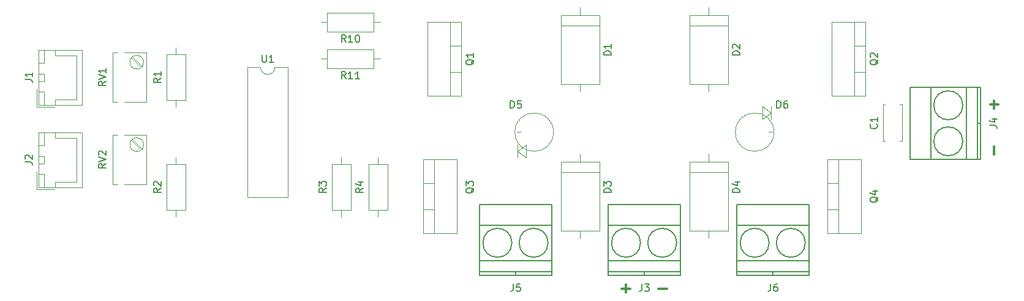
<source format=gto>
G04 #@! TF.FileFunction,Legend,Top*
%FSLAX46Y46*%
G04 Gerber Fmt 4.6, Leading zero omitted, Abs format (unit mm)*
G04 Created by KiCad (PCBNEW 4.0.7+dfsg1-1) date Sun May 13 22:10:31 2018*
%MOMM*%
%LPD*%
G01*
G04 APERTURE LIST*
%ADD10C,0.100000*%
%ADD11C,0.300000*%
%ADD12C,0.150000*%
%ADD13C,0.120000*%
G04 APERTURE END LIST*
D10*
D11*
X113728572Y-71227143D02*
X114871429Y-71227143D01*
X108648572Y-71227143D02*
X109791429Y-71227143D01*
X109220000Y-71798571D02*
X109220000Y-70655714D01*
X160127143Y-52641428D02*
X160127143Y-51498571D01*
X160127143Y-46291428D02*
X160127143Y-45148571D01*
X160698571Y-45720000D02*
X159555714Y-45720000D01*
D12*
X129500000Y-68870000D02*
X129500000Y-69370000D01*
X134000000Y-64870000D02*
G75*
G03X134000000Y-64870000I-2000000J0D01*
G01*
X129000000Y-64870000D02*
G75*
G03X129000000Y-64870000I-2000000J0D01*
G01*
X124500000Y-67370000D02*
X134500000Y-67370000D01*
X124500000Y-62470000D02*
X134500000Y-62470000D01*
X124500000Y-68870000D02*
X134500000Y-68870000D01*
X124500000Y-69370000D02*
X134500000Y-69370000D01*
X134500000Y-69370000D02*
X134500000Y-59570000D01*
X134500000Y-59570000D02*
X124500000Y-59570000D01*
X124500000Y-59570000D02*
X124500000Y-69370000D01*
D13*
X58690000Y-40520000D02*
X56920000Y-40520000D01*
X56920000Y-40520000D02*
X56920000Y-58540000D01*
X56920000Y-58540000D02*
X62460000Y-58540000D01*
X62460000Y-58540000D02*
X62460000Y-40520000D01*
X62460000Y-40520000D02*
X60690000Y-40520000D01*
X60690000Y-40520000D02*
G75*
G02X58690000Y-40520000I-1000000J0D01*
G01*
D12*
X157770000Y-48300000D02*
X158270000Y-48300000D01*
X155770000Y-45800000D02*
G75*
G03X155770000Y-45800000I-2000000J0D01*
G01*
X155770000Y-50800000D02*
G75*
G03X155770000Y-50800000I-2000000J0D01*
G01*
X156270000Y-53300000D02*
X156270000Y-43300000D01*
X151370000Y-53300000D02*
X151370000Y-43300000D01*
X157770000Y-53300000D02*
X157770000Y-43300000D01*
X158270000Y-53300000D02*
X158270000Y-43300000D01*
X158270000Y-43300000D02*
X148470000Y-43300000D01*
X148470000Y-43300000D02*
X148470000Y-53300000D01*
X148470000Y-53300000D02*
X158270000Y-53300000D01*
D13*
X147360000Y-45660000D02*
X147360000Y-50780000D01*
X144740000Y-45660000D02*
X144740000Y-50780000D01*
X147360000Y-45660000D02*
X147046000Y-45660000D01*
X145054000Y-45660000D02*
X144740000Y-45660000D01*
X147360000Y-50780000D02*
X147046000Y-50780000D01*
X145054000Y-50780000D02*
X144740000Y-50780000D01*
D12*
X111720000Y-68870000D02*
X111720000Y-69370000D01*
X116220000Y-64870000D02*
G75*
G03X116220000Y-64870000I-2000000J0D01*
G01*
X111220000Y-64870000D02*
G75*
G03X111220000Y-64870000I-2000000J0D01*
G01*
X106720000Y-67370000D02*
X116720000Y-67370000D01*
X106720000Y-62470000D02*
X116720000Y-62470000D01*
X106720000Y-68870000D02*
X116720000Y-68870000D01*
X106720000Y-69370000D02*
X116720000Y-69370000D01*
X116720000Y-69370000D02*
X116720000Y-59570000D01*
X116720000Y-59570000D02*
X106720000Y-59570000D01*
X106720000Y-59570000D02*
X106720000Y-69370000D01*
D13*
X86440000Y-34250000D02*
X86440000Y-44490000D01*
X81799000Y-34250000D02*
X81799000Y-44490000D01*
X86440000Y-34250000D02*
X81799000Y-34250000D01*
X86440000Y-44490000D02*
X81799000Y-44490000D01*
X84930000Y-34250000D02*
X84930000Y-44490000D01*
X86440000Y-37520000D02*
X84930000Y-37520000D01*
X86440000Y-41221000D02*
X84930000Y-41221000D01*
X142320000Y-34250000D02*
X142320000Y-44490000D01*
X137679000Y-34250000D02*
X137679000Y-44490000D01*
X142320000Y-34250000D02*
X137679000Y-34250000D01*
X142320000Y-44490000D02*
X137679000Y-44490000D01*
X140810000Y-34250000D02*
X140810000Y-44490000D01*
X142320000Y-37520000D02*
X140810000Y-37520000D01*
X142320000Y-41221000D02*
X140810000Y-41221000D01*
X81200000Y-63540000D02*
X81200000Y-53300000D01*
X85841000Y-63540000D02*
X85841000Y-53300000D01*
X81200000Y-63540000D02*
X85841000Y-63540000D01*
X81200000Y-53300000D02*
X85841000Y-53300000D01*
X82710000Y-63540000D02*
X82710000Y-53300000D01*
X81200000Y-60270000D02*
X82710000Y-60270000D01*
X81200000Y-56569000D02*
X82710000Y-56569000D01*
X137080000Y-63540000D02*
X137080000Y-53300000D01*
X141721000Y-63540000D02*
X141721000Y-53300000D01*
X137080000Y-63540000D02*
X141721000Y-63540000D01*
X137080000Y-53300000D02*
X141721000Y-53300000D01*
X138590000Y-63540000D02*
X138590000Y-53300000D01*
X137080000Y-60270000D02*
X138590000Y-60270000D01*
X137080000Y-56569000D02*
X138590000Y-56569000D01*
X48300000Y-38700000D02*
X45680000Y-38700000D01*
X45680000Y-38700000D02*
X45680000Y-45120000D01*
X45680000Y-45120000D02*
X48300000Y-45120000D01*
X48300000Y-45120000D02*
X48300000Y-38700000D01*
X46990000Y-37810000D02*
X46990000Y-38700000D01*
X46990000Y-46010000D02*
X46990000Y-45120000D01*
X48300000Y-53940000D02*
X45680000Y-53940000D01*
X45680000Y-53940000D02*
X45680000Y-60360000D01*
X45680000Y-60360000D02*
X48300000Y-60360000D01*
X48300000Y-60360000D02*
X48300000Y-53940000D01*
X46990000Y-53050000D02*
X46990000Y-53940000D01*
X46990000Y-61250000D02*
X46990000Y-60360000D01*
X68540000Y-60360000D02*
X71160000Y-60360000D01*
X71160000Y-60360000D02*
X71160000Y-53940000D01*
X71160000Y-53940000D02*
X68540000Y-53940000D01*
X68540000Y-53940000D02*
X68540000Y-60360000D01*
X69850000Y-61250000D02*
X69850000Y-60360000D01*
X69850000Y-53050000D02*
X69850000Y-53940000D01*
X76240000Y-53940000D02*
X73620000Y-53940000D01*
X73620000Y-53940000D02*
X73620000Y-60360000D01*
X73620000Y-60360000D02*
X76240000Y-60360000D01*
X76240000Y-60360000D02*
X76240000Y-53940000D01*
X74930000Y-53050000D02*
X74930000Y-53940000D01*
X74930000Y-61250000D02*
X74930000Y-60360000D01*
X42530000Y-39825000D02*
G75*
G03X42530000Y-39825000I-950000J0D01*
G01*
X38290000Y-45325000D02*
X38290000Y-38495000D01*
X42910000Y-45325000D02*
X42910000Y-38495000D01*
X38290000Y-45325000D02*
X38905000Y-45325000D01*
X39835000Y-45325000D02*
X42910000Y-45325000D01*
X38290000Y-38495000D02*
X38905000Y-38495000D01*
X39835000Y-38495000D02*
X42910000Y-38495000D01*
X40976000Y-39104000D02*
X42301000Y-40429000D01*
X40860000Y-39220000D02*
X42185000Y-40545000D01*
X42530000Y-51255000D02*
G75*
G03X42530000Y-51255000I-950000J0D01*
G01*
X38290000Y-56755000D02*
X38290000Y-49925000D01*
X42910000Y-56755000D02*
X42910000Y-49925000D01*
X38290000Y-56755000D02*
X38905000Y-56755000D01*
X39835000Y-56755000D02*
X42910000Y-56755000D01*
X38290000Y-49925000D02*
X38905000Y-49925000D01*
X39835000Y-49925000D02*
X42910000Y-49925000D01*
X40976000Y-50534000D02*
X42301000Y-51859000D01*
X40860000Y-50650000D02*
X42185000Y-51975000D01*
D12*
X93940000Y-68870000D02*
X93940000Y-69370000D01*
X98440000Y-64870000D02*
G75*
G03X98440000Y-64870000I-2000000J0D01*
G01*
X93440000Y-64870000D02*
G75*
G03X93440000Y-64870000I-2000000J0D01*
G01*
X88940000Y-67370000D02*
X98940000Y-67370000D01*
X88940000Y-62470000D02*
X98940000Y-62470000D01*
X88940000Y-68870000D02*
X98940000Y-68870000D01*
X88940000Y-69370000D02*
X98940000Y-69370000D01*
X98940000Y-69370000D02*
X98940000Y-59570000D01*
X98940000Y-59570000D02*
X88940000Y-59570000D01*
X88940000Y-59570000D02*
X88940000Y-69370000D01*
D13*
X28030000Y-45730000D02*
X33980000Y-45730000D01*
X33980000Y-45730000D02*
X33980000Y-38130000D01*
X33980000Y-38130000D02*
X28030000Y-38130000D01*
X28030000Y-38130000D02*
X28030000Y-45730000D01*
X28030000Y-42430000D02*
X28780000Y-42430000D01*
X28780000Y-42430000D02*
X28780000Y-41430000D01*
X28780000Y-41430000D02*
X28030000Y-41430000D01*
X28030000Y-41430000D02*
X28030000Y-42430000D01*
X28030000Y-45730000D02*
X28780000Y-45730000D01*
X28780000Y-45730000D02*
X28780000Y-43930000D01*
X28780000Y-43930000D02*
X28030000Y-43930000D01*
X28030000Y-43930000D02*
X28030000Y-45730000D01*
X28030000Y-39930000D02*
X28780000Y-39930000D01*
X28780000Y-39930000D02*
X28780000Y-38130000D01*
X28780000Y-38130000D02*
X28030000Y-38130000D01*
X28030000Y-38130000D02*
X28030000Y-39930000D01*
X30280000Y-45730000D02*
X30280000Y-44980000D01*
X30280000Y-44980000D02*
X33230000Y-44980000D01*
X33230000Y-44980000D02*
X33230000Y-41930000D01*
X30280000Y-38130000D02*
X30280000Y-38880000D01*
X30280000Y-38880000D02*
X33230000Y-38880000D01*
X33230000Y-38880000D02*
X33230000Y-41930000D01*
X27730000Y-43530000D02*
X27730000Y-46030000D01*
X27730000Y-46030000D02*
X30230000Y-46030000D01*
X28030000Y-57160000D02*
X33980000Y-57160000D01*
X33980000Y-57160000D02*
X33980000Y-49560000D01*
X33980000Y-49560000D02*
X28030000Y-49560000D01*
X28030000Y-49560000D02*
X28030000Y-57160000D01*
X28030000Y-53860000D02*
X28780000Y-53860000D01*
X28780000Y-53860000D02*
X28780000Y-52860000D01*
X28780000Y-52860000D02*
X28030000Y-52860000D01*
X28030000Y-52860000D02*
X28030000Y-53860000D01*
X28030000Y-57160000D02*
X28780000Y-57160000D01*
X28780000Y-57160000D02*
X28780000Y-55360000D01*
X28780000Y-55360000D02*
X28030000Y-55360000D01*
X28030000Y-55360000D02*
X28030000Y-57160000D01*
X28030000Y-51360000D02*
X28780000Y-51360000D01*
X28780000Y-51360000D02*
X28780000Y-49560000D01*
X28780000Y-49560000D02*
X28030000Y-49560000D01*
X28030000Y-49560000D02*
X28030000Y-51360000D01*
X30280000Y-57160000D02*
X30280000Y-56410000D01*
X30280000Y-56410000D02*
X33230000Y-56410000D01*
X33230000Y-56410000D02*
X33230000Y-53360000D01*
X30280000Y-49560000D02*
X30280000Y-50310000D01*
X30280000Y-50310000D02*
X33230000Y-50310000D01*
X33230000Y-50310000D02*
X33230000Y-53360000D01*
X27730000Y-54960000D02*
X27730000Y-57460000D01*
X27730000Y-57460000D02*
X30230000Y-57460000D01*
X94100000Y-49530000D02*
X94620000Y-49530000D01*
X94234000Y-51310000D02*
X94234000Y-53088000D01*
X94234000Y-52199000D02*
X95419333Y-51310000D01*
X95419333Y-51310000D02*
X95419333Y-53088000D01*
X95419333Y-53088000D02*
X94234000Y-52199000D01*
X99180000Y-49530000D02*
G75*
G03X99180000Y-49530000I-2660000J0D01*
G01*
X129420000Y-49530000D02*
X128900000Y-49530000D01*
X129286000Y-47750000D02*
X129286000Y-45972000D01*
X129286000Y-46861000D02*
X128100667Y-47750000D01*
X128100667Y-47750000D02*
X128100667Y-45972000D01*
X128100667Y-45972000D02*
X129286000Y-46861000D01*
X129660000Y-49530000D02*
G75*
G03X129660000Y-49530000I-2660000J0D01*
G01*
X105530000Y-33290000D02*
X100210000Y-33290000D01*
X100210000Y-33290000D02*
X100210000Y-42910000D01*
X100210000Y-42910000D02*
X105530000Y-42910000D01*
X105530000Y-42910000D02*
X105530000Y-33290000D01*
X102870000Y-32260000D02*
X102870000Y-33290000D01*
X102870000Y-43940000D02*
X102870000Y-42910000D01*
X105530000Y-34775000D02*
X100210000Y-34775000D01*
X123310000Y-33290000D02*
X117990000Y-33290000D01*
X117990000Y-33290000D02*
X117990000Y-42910000D01*
X117990000Y-42910000D02*
X123310000Y-42910000D01*
X123310000Y-42910000D02*
X123310000Y-33290000D01*
X120650000Y-32260000D02*
X120650000Y-33290000D01*
X120650000Y-43940000D02*
X120650000Y-42910000D01*
X123310000Y-34775000D02*
X117990000Y-34775000D01*
X105530000Y-53610000D02*
X100210000Y-53610000D01*
X100210000Y-53610000D02*
X100210000Y-63230000D01*
X100210000Y-63230000D02*
X105530000Y-63230000D01*
X105530000Y-63230000D02*
X105530000Y-53610000D01*
X102870000Y-52580000D02*
X102870000Y-53610000D01*
X102870000Y-64260000D02*
X102870000Y-63230000D01*
X105530000Y-55095000D02*
X100210000Y-55095000D01*
X123310000Y-53610000D02*
X117990000Y-53610000D01*
X117990000Y-53610000D02*
X117990000Y-63230000D01*
X117990000Y-63230000D02*
X123310000Y-63230000D01*
X123310000Y-63230000D02*
X123310000Y-53610000D01*
X120650000Y-52580000D02*
X120650000Y-53610000D01*
X120650000Y-64260000D02*
X120650000Y-63230000D01*
X123310000Y-55095000D02*
X117990000Y-55095000D01*
X74330000Y-35600000D02*
X74330000Y-32980000D01*
X74330000Y-32980000D02*
X67910000Y-32980000D01*
X67910000Y-32980000D02*
X67910000Y-35600000D01*
X67910000Y-35600000D02*
X74330000Y-35600000D01*
X75220000Y-34290000D02*
X74330000Y-34290000D01*
X67020000Y-34290000D02*
X67910000Y-34290000D01*
X74330000Y-40680000D02*
X74330000Y-38060000D01*
X74330000Y-38060000D02*
X67910000Y-38060000D01*
X67910000Y-38060000D02*
X67910000Y-40680000D01*
X67910000Y-40680000D02*
X74330000Y-40680000D01*
X75220000Y-39370000D02*
X74330000Y-39370000D01*
X67020000Y-39370000D02*
X67910000Y-39370000D01*
D12*
X129206667Y-70572381D02*
X129206667Y-71286667D01*
X129159047Y-71429524D01*
X129063809Y-71524762D01*
X128920952Y-71572381D01*
X128825714Y-71572381D01*
X130111429Y-70572381D02*
X129920952Y-70572381D01*
X129825714Y-70620000D01*
X129778095Y-70667619D01*
X129682857Y-70810476D01*
X129635238Y-71000952D01*
X129635238Y-71381905D01*
X129682857Y-71477143D01*
X129730476Y-71524762D01*
X129825714Y-71572381D01*
X130016191Y-71572381D01*
X130111429Y-71524762D01*
X130159048Y-71477143D01*
X130206667Y-71381905D01*
X130206667Y-71143810D01*
X130159048Y-71048571D01*
X130111429Y-71000952D01*
X130016191Y-70953333D01*
X129825714Y-70953333D01*
X129730476Y-71000952D01*
X129682857Y-71048571D01*
X129635238Y-71143810D01*
X58928095Y-38822381D02*
X58928095Y-39631905D01*
X58975714Y-39727143D01*
X59023333Y-39774762D01*
X59118571Y-39822381D01*
X59309048Y-39822381D01*
X59404286Y-39774762D01*
X59451905Y-39727143D01*
X59499524Y-39631905D01*
X59499524Y-38822381D01*
X60499524Y-39822381D02*
X59928095Y-39822381D01*
X60213809Y-39822381D02*
X60213809Y-38822381D01*
X60118571Y-38965238D01*
X60023333Y-39060476D01*
X59928095Y-39108095D01*
X159472381Y-48593333D02*
X160186667Y-48593333D01*
X160329524Y-48640953D01*
X160424762Y-48736191D01*
X160472381Y-48879048D01*
X160472381Y-48974286D01*
X159805714Y-47688571D02*
X160472381Y-47688571D01*
X159424762Y-47926667D02*
X160139048Y-48164762D01*
X160139048Y-47545714D01*
X143867143Y-48426666D02*
X143914762Y-48474285D01*
X143962381Y-48617142D01*
X143962381Y-48712380D01*
X143914762Y-48855238D01*
X143819524Y-48950476D01*
X143724286Y-48998095D01*
X143533810Y-49045714D01*
X143390952Y-49045714D01*
X143200476Y-48998095D01*
X143105238Y-48950476D01*
X143010000Y-48855238D01*
X142962381Y-48712380D01*
X142962381Y-48617142D01*
X143010000Y-48474285D01*
X143057619Y-48426666D01*
X143962381Y-47474285D02*
X143962381Y-48045714D01*
X143962381Y-47760000D02*
X142962381Y-47760000D01*
X143105238Y-47855238D01*
X143200476Y-47950476D01*
X143248095Y-48045714D01*
X111426667Y-70572381D02*
X111426667Y-71286667D01*
X111379047Y-71429524D01*
X111283809Y-71524762D01*
X111140952Y-71572381D01*
X111045714Y-71572381D01*
X111807619Y-70572381D02*
X112426667Y-70572381D01*
X112093333Y-70953333D01*
X112236191Y-70953333D01*
X112331429Y-71000952D01*
X112379048Y-71048571D01*
X112426667Y-71143810D01*
X112426667Y-71381905D01*
X112379048Y-71477143D01*
X112331429Y-71524762D01*
X112236191Y-71572381D01*
X111950476Y-71572381D01*
X111855238Y-71524762D01*
X111807619Y-71477143D01*
X88177619Y-39465238D02*
X88130000Y-39560476D01*
X88034762Y-39655714D01*
X87891905Y-39798571D01*
X87844286Y-39893810D01*
X87844286Y-39989048D01*
X88082381Y-39941429D02*
X88034762Y-40036667D01*
X87939524Y-40131905D01*
X87749048Y-40179524D01*
X87415714Y-40179524D01*
X87225238Y-40131905D01*
X87130000Y-40036667D01*
X87082381Y-39941429D01*
X87082381Y-39750952D01*
X87130000Y-39655714D01*
X87225238Y-39560476D01*
X87415714Y-39512857D01*
X87749048Y-39512857D01*
X87939524Y-39560476D01*
X88034762Y-39655714D01*
X88082381Y-39750952D01*
X88082381Y-39941429D01*
X88082381Y-38560476D02*
X88082381Y-39131905D01*
X88082381Y-38846191D02*
X87082381Y-38846191D01*
X87225238Y-38941429D01*
X87320476Y-39036667D01*
X87368095Y-39131905D01*
X144057619Y-39465238D02*
X144010000Y-39560476D01*
X143914762Y-39655714D01*
X143771905Y-39798571D01*
X143724286Y-39893810D01*
X143724286Y-39989048D01*
X143962381Y-39941429D02*
X143914762Y-40036667D01*
X143819524Y-40131905D01*
X143629048Y-40179524D01*
X143295714Y-40179524D01*
X143105238Y-40131905D01*
X143010000Y-40036667D01*
X142962381Y-39941429D01*
X142962381Y-39750952D01*
X143010000Y-39655714D01*
X143105238Y-39560476D01*
X143295714Y-39512857D01*
X143629048Y-39512857D01*
X143819524Y-39560476D01*
X143914762Y-39655714D01*
X143962381Y-39750952D01*
X143962381Y-39941429D01*
X143057619Y-39131905D02*
X143010000Y-39084286D01*
X142962381Y-38989048D01*
X142962381Y-38750952D01*
X143010000Y-38655714D01*
X143057619Y-38608095D01*
X143152857Y-38560476D01*
X143248095Y-38560476D01*
X143390952Y-38608095D01*
X143962381Y-39179524D01*
X143962381Y-38560476D01*
X88177619Y-57245238D02*
X88130000Y-57340476D01*
X88034762Y-57435714D01*
X87891905Y-57578571D01*
X87844286Y-57673810D01*
X87844286Y-57769048D01*
X88082381Y-57721429D02*
X88034762Y-57816667D01*
X87939524Y-57911905D01*
X87749048Y-57959524D01*
X87415714Y-57959524D01*
X87225238Y-57911905D01*
X87130000Y-57816667D01*
X87082381Y-57721429D01*
X87082381Y-57530952D01*
X87130000Y-57435714D01*
X87225238Y-57340476D01*
X87415714Y-57292857D01*
X87749048Y-57292857D01*
X87939524Y-57340476D01*
X88034762Y-57435714D01*
X88082381Y-57530952D01*
X88082381Y-57721429D01*
X87082381Y-56959524D02*
X87082381Y-56340476D01*
X87463333Y-56673810D01*
X87463333Y-56530952D01*
X87510952Y-56435714D01*
X87558571Y-56388095D01*
X87653810Y-56340476D01*
X87891905Y-56340476D01*
X87987143Y-56388095D01*
X88034762Y-56435714D01*
X88082381Y-56530952D01*
X88082381Y-56816667D01*
X88034762Y-56911905D01*
X87987143Y-56959524D01*
X144057619Y-58515238D02*
X144010000Y-58610476D01*
X143914762Y-58705714D01*
X143771905Y-58848571D01*
X143724286Y-58943810D01*
X143724286Y-59039048D01*
X143962381Y-58991429D02*
X143914762Y-59086667D01*
X143819524Y-59181905D01*
X143629048Y-59229524D01*
X143295714Y-59229524D01*
X143105238Y-59181905D01*
X143010000Y-59086667D01*
X142962381Y-58991429D01*
X142962381Y-58800952D01*
X143010000Y-58705714D01*
X143105238Y-58610476D01*
X143295714Y-58562857D01*
X143629048Y-58562857D01*
X143819524Y-58610476D01*
X143914762Y-58705714D01*
X143962381Y-58800952D01*
X143962381Y-58991429D01*
X143295714Y-57705714D02*
X143962381Y-57705714D01*
X142914762Y-57943810D02*
X143629048Y-58181905D01*
X143629048Y-57562857D01*
X44902381Y-42076666D02*
X44426190Y-42410000D01*
X44902381Y-42648095D02*
X43902381Y-42648095D01*
X43902381Y-42267142D01*
X43950000Y-42171904D01*
X43997619Y-42124285D01*
X44092857Y-42076666D01*
X44235714Y-42076666D01*
X44330952Y-42124285D01*
X44378571Y-42171904D01*
X44426190Y-42267142D01*
X44426190Y-42648095D01*
X44902381Y-41124285D02*
X44902381Y-41695714D01*
X44902381Y-41410000D02*
X43902381Y-41410000D01*
X44045238Y-41505238D01*
X44140476Y-41600476D01*
X44188095Y-41695714D01*
X44902381Y-57316666D02*
X44426190Y-57650000D01*
X44902381Y-57888095D02*
X43902381Y-57888095D01*
X43902381Y-57507142D01*
X43950000Y-57411904D01*
X43997619Y-57364285D01*
X44092857Y-57316666D01*
X44235714Y-57316666D01*
X44330952Y-57364285D01*
X44378571Y-57411904D01*
X44426190Y-57507142D01*
X44426190Y-57888095D01*
X43997619Y-56935714D02*
X43950000Y-56888095D01*
X43902381Y-56792857D01*
X43902381Y-56554761D01*
X43950000Y-56459523D01*
X43997619Y-56411904D01*
X44092857Y-56364285D01*
X44188095Y-56364285D01*
X44330952Y-56411904D01*
X44902381Y-56983333D01*
X44902381Y-56364285D01*
X67762381Y-57316666D02*
X67286190Y-57650000D01*
X67762381Y-57888095D02*
X66762381Y-57888095D01*
X66762381Y-57507142D01*
X66810000Y-57411904D01*
X66857619Y-57364285D01*
X66952857Y-57316666D01*
X67095714Y-57316666D01*
X67190952Y-57364285D01*
X67238571Y-57411904D01*
X67286190Y-57507142D01*
X67286190Y-57888095D01*
X66762381Y-56983333D02*
X66762381Y-56364285D01*
X67143333Y-56697619D01*
X67143333Y-56554761D01*
X67190952Y-56459523D01*
X67238571Y-56411904D01*
X67333810Y-56364285D01*
X67571905Y-56364285D01*
X67667143Y-56411904D01*
X67714762Y-56459523D01*
X67762381Y-56554761D01*
X67762381Y-56840476D01*
X67714762Y-56935714D01*
X67667143Y-56983333D01*
X72842381Y-57316666D02*
X72366190Y-57650000D01*
X72842381Y-57888095D02*
X71842381Y-57888095D01*
X71842381Y-57507142D01*
X71890000Y-57411904D01*
X71937619Y-57364285D01*
X72032857Y-57316666D01*
X72175714Y-57316666D01*
X72270952Y-57364285D01*
X72318571Y-57411904D01*
X72366190Y-57507142D01*
X72366190Y-57888095D01*
X72175714Y-56459523D02*
X72842381Y-56459523D01*
X71794762Y-56697619D02*
X72509048Y-56935714D01*
X72509048Y-56316666D01*
X37282381Y-42505238D02*
X36806190Y-42838572D01*
X37282381Y-43076667D02*
X36282381Y-43076667D01*
X36282381Y-42695714D01*
X36330000Y-42600476D01*
X36377619Y-42552857D01*
X36472857Y-42505238D01*
X36615714Y-42505238D01*
X36710952Y-42552857D01*
X36758571Y-42600476D01*
X36806190Y-42695714D01*
X36806190Y-43076667D01*
X36282381Y-42219524D02*
X37282381Y-41886191D01*
X36282381Y-41552857D01*
X37282381Y-40695714D02*
X37282381Y-41267143D01*
X37282381Y-40981429D02*
X36282381Y-40981429D01*
X36425238Y-41076667D01*
X36520476Y-41171905D01*
X36568095Y-41267143D01*
X37282381Y-53935238D02*
X36806190Y-54268572D01*
X37282381Y-54506667D02*
X36282381Y-54506667D01*
X36282381Y-54125714D01*
X36330000Y-54030476D01*
X36377619Y-53982857D01*
X36472857Y-53935238D01*
X36615714Y-53935238D01*
X36710952Y-53982857D01*
X36758571Y-54030476D01*
X36806190Y-54125714D01*
X36806190Y-54506667D01*
X36282381Y-53649524D02*
X37282381Y-53316191D01*
X36282381Y-52982857D01*
X36377619Y-52697143D02*
X36330000Y-52649524D01*
X36282381Y-52554286D01*
X36282381Y-52316190D01*
X36330000Y-52220952D01*
X36377619Y-52173333D01*
X36472857Y-52125714D01*
X36568095Y-52125714D01*
X36710952Y-52173333D01*
X37282381Y-52744762D01*
X37282381Y-52125714D01*
X93646667Y-70572381D02*
X93646667Y-71286667D01*
X93599047Y-71429524D01*
X93503809Y-71524762D01*
X93360952Y-71572381D01*
X93265714Y-71572381D01*
X94599048Y-70572381D02*
X94122857Y-70572381D01*
X94075238Y-71048571D01*
X94122857Y-71000952D01*
X94218095Y-70953333D01*
X94456191Y-70953333D01*
X94551429Y-71000952D01*
X94599048Y-71048571D01*
X94646667Y-71143810D01*
X94646667Y-71381905D01*
X94599048Y-71477143D01*
X94551429Y-71524762D01*
X94456191Y-71572381D01*
X94218095Y-71572381D01*
X94122857Y-71524762D01*
X94075238Y-71477143D01*
X26122381Y-42243333D02*
X26836667Y-42243333D01*
X26979524Y-42290953D01*
X27074762Y-42386191D01*
X27122381Y-42529048D01*
X27122381Y-42624286D01*
X27122381Y-41243333D02*
X27122381Y-41814762D01*
X27122381Y-41529048D02*
X26122381Y-41529048D01*
X26265238Y-41624286D01*
X26360476Y-41719524D01*
X26408095Y-41814762D01*
X26122381Y-53673333D02*
X26836667Y-53673333D01*
X26979524Y-53720953D01*
X27074762Y-53816191D01*
X27122381Y-53959048D01*
X27122381Y-54054286D01*
X26217619Y-53244762D02*
X26170000Y-53197143D01*
X26122381Y-53101905D01*
X26122381Y-52863809D01*
X26170000Y-52768571D01*
X26217619Y-52720952D01*
X26312857Y-52673333D01*
X26408095Y-52673333D01*
X26550952Y-52720952D01*
X27122381Y-53292381D01*
X27122381Y-52673333D01*
X93241905Y-46172381D02*
X93241905Y-45172381D01*
X93480000Y-45172381D01*
X93622858Y-45220000D01*
X93718096Y-45315238D01*
X93765715Y-45410476D01*
X93813334Y-45600952D01*
X93813334Y-45743810D01*
X93765715Y-45934286D01*
X93718096Y-46029524D01*
X93622858Y-46124762D01*
X93480000Y-46172381D01*
X93241905Y-46172381D01*
X94718096Y-45172381D02*
X94241905Y-45172381D01*
X94194286Y-45648571D01*
X94241905Y-45600952D01*
X94337143Y-45553333D01*
X94575239Y-45553333D01*
X94670477Y-45600952D01*
X94718096Y-45648571D01*
X94765715Y-45743810D01*
X94765715Y-45981905D01*
X94718096Y-46077143D01*
X94670477Y-46124762D01*
X94575239Y-46172381D01*
X94337143Y-46172381D01*
X94241905Y-46124762D01*
X94194286Y-46077143D01*
X130071905Y-46172381D02*
X130071905Y-45172381D01*
X130310000Y-45172381D01*
X130452858Y-45220000D01*
X130548096Y-45315238D01*
X130595715Y-45410476D01*
X130643334Y-45600952D01*
X130643334Y-45743810D01*
X130595715Y-45934286D01*
X130548096Y-46029524D01*
X130452858Y-46124762D01*
X130310000Y-46172381D01*
X130071905Y-46172381D01*
X131500477Y-45172381D02*
X131310000Y-45172381D01*
X131214762Y-45220000D01*
X131167143Y-45267619D01*
X131071905Y-45410476D01*
X131024286Y-45600952D01*
X131024286Y-45981905D01*
X131071905Y-46077143D01*
X131119524Y-46124762D01*
X131214762Y-46172381D01*
X131405239Y-46172381D01*
X131500477Y-46124762D01*
X131548096Y-46077143D01*
X131595715Y-45981905D01*
X131595715Y-45743810D01*
X131548096Y-45648571D01*
X131500477Y-45600952D01*
X131405239Y-45553333D01*
X131214762Y-45553333D01*
X131119524Y-45600952D01*
X131071905Y-45648571D01*
X131024286Y-45743810D01*
X107132381Y-38838095D02*
X106132381Y-38838095D01*
X106132381Y-38600000D01*
X106180000Y-38457142D01*
X106275238Y-38361904D01*
X106370476Y-38314285D01*
X106560952Y-38266666D01*
X106703810Y-38266666D01*
X106894286Y-38314285D01*
X106989524Y-38361904D01*
X107084762Y-38457142D01*
X107132381Y-38600000D01*
X107132381Y-38838095D01*
X107132381Y-37314285D02*
X107132381Y-37885714D01*
X107132381Y-37600000D02*
X106132381Y-37600000D01*
X106275238Y-37695238D01*
X106370476Y-37790476D01*
X106418095Y-37885714D01*
X124912381Y-38838095D02*
X123912381Y-38838095D01*
X123912381Y-38600000D01*
X123960000Y-38457142D01*
X124055238Y-38361904D01*
X124150476Y-38314285D01*
X124340952Y-38266666D01*
X124483810Y-38266666D01*
X124674286Y-38314285D01*
X124769524Y-38361904D01*
X124864762Y-38457142D01*
X124912381Y-38600000D01*
X124912381Y-38838095D01*
X124007619Y-37885714D02*
X123960000Y-37838095D01*
X123912381Y-37742857D01*
X123912381Y-37504761D01*
X123960000Y-37409523D01*
X124007619Y-37361904D01*
X124102857Y-37314285D01*
X124198095Y-37314285D01*
X124340952Y-37361904D01*
X124912381Y-37933333D01*
X124912381Y-37314285D01*
X107132381Y-57888095D02*
X106132381Y-57888095D01*
X106132381Y-57650000D01*
X106180000Y-57507142D01*
X106275238Y-57411904D01*
X106370476Y-57364285D01*
X106560952Y-57316666D01*
X106703810Y-57316666D01*
X106894286Y-57364285D01*
X106989524Y-57411904D01*
X107084762Y-57507142D01*
X107132381Y-57650000D01*
X107132381Y-57888095D01*
X106132381Y-56983333D02*
X106132381Y-56364285D01*
X106513333Y-56697619D01*
X106513333Y-56554761D01*
X106560952Y-56459523D01*
X106608571Y-56411904D01*
X106703810Y-56364285D01*
X106941905Y-56364285D01*
X107037143Y-56411904D01*
X107084762Y-56459523D01*
X107132381Y-56554761D01*
X107132381Y-56840476D01*
X107084762Y-56935714D01*
X107037143Y-56983333D01*
X124912381Y-57888095D02*
X123912381Y-57888095D01*
X123912381Y-57650000D01*
X123960000Y-57507142D01*
X124055238Y-57411904D01*
X124150476Y-57364285D01*
X124340952Y-57316666D01*
X124483810Y-57316666D01*
X124674286Y-57364285D01*
X124769524Y-57411904D01*
X124864762Y-57507142D01*
X124912381Y-57650000D01*
X124912381Y-57888095D01*
X124245714Y-56459523D02*
X124912381Y-56459523D01*
X123864762Y-56697619D02*
X124579048Y-56935714D01*
X124579048Y-56316666D01*
X70477143Y-37052381D02*
X70143809Y-36576190D01*
X69905714Y-37052381D02*
X69905714Y-36052381D01*
X70286667Y-36052381D01*
X70381905Y-36100000D01*
X70429524Y-36147619D01*
X70477143Y-36242857D01*
X70477143Y-36385714D01*
X70429524Y-36480952D01*
X70381905Y-36528571D01*
X70286667Y-36576190D01*
X69905714Y-36576190D01*
X71429524Y-37052381D02*
X70858095Y-37052381D01*
X71143809Y-37052381D02*
X71143809Y-36052381D01*
X71048571Y-36195238D01*
X70953333Y-36290476D01*
X70858095Y-36338095D01*
X72048571Y-36052381D02*
X72143810Y-36052381D01*
X72239048Y-36100000D01*
X72286667Y-36147619D01*
X72334286Y-36242857D01*
X72381905Y-36433333D01*
X72381905Y-36671429D01*
X72334286Y-36861905D01*
X72286667Y-36957143D01*
X72239048Y-37004762D01*
X72143810Y-37052381D01*
X72048571Y-37052381D01*
X71953333Y-37004762D01*
X71905714Y-36957143D01*
X71858095Y-36861905D01*
X71810476Y-36671429D01*
X71810476Y-36433333D01*
X71858095Y-36242857D01*
X71905714Y-36147619D01*
X71953333Y-36100000D01*
X72048571Y-36052381D01*
X70477143Y-42132381D02*
X70143809Y-41656190D01*
X69905714Y-42132381D02*
X69905714Y-41132381D01*
X70286667Y-41132381D01*
X70381905Y-41180000D01*
X70429524Y-41227619D01*
X70477143Y-41322857D01*
X70477143Y-41465714D01*
X70429524Y-41560952D01*
X70381905Y-41608571D01*
X70286667Y-41656190D01*
X69905714Y-41656190D01*
X71429524Y-42132381D02*
X70858095Y-42132381D01*
X71143809Y-42132381D02*
X71143809Y-41132381D01*
X71048571Y-41275238D01*
X70953333Y-41370476D01*
X70858095Y-41418095D01*
X72381905Y-42132381D02*
X71810476Y-42132381D01*
X72096190Y-42132381D02*
X72096190Y-41132381D01*
X72000952Y-41275238D01*
X71905714Y-41370476D01*
X71810476Y-41418095D01*
M02*

</source>
